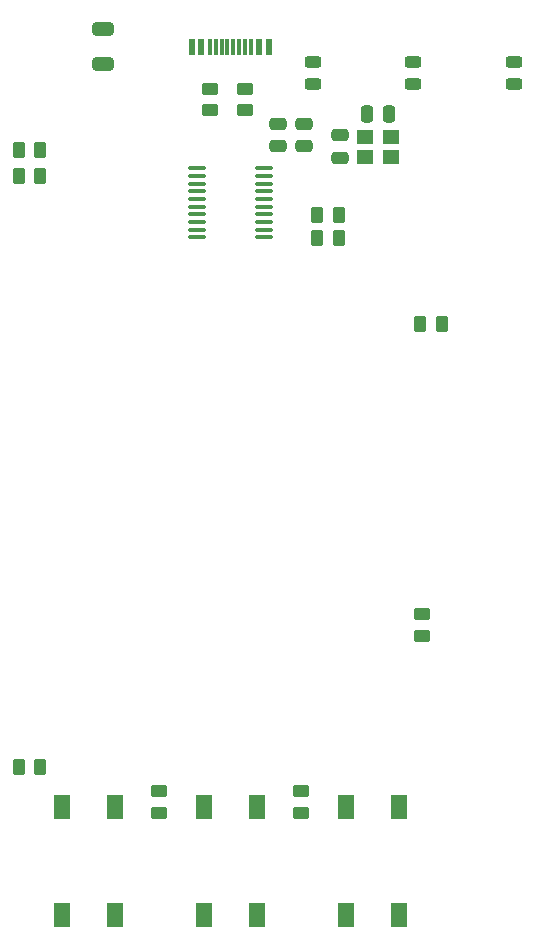
<source format=gtp>
%TF.GenerationSoftware,KiCad,Pcbnew,(6.0.5)*%
%TF.CreationDate,2024-07-06T21:19:43+02:00*%
%TF.ProjectId,USB_Knob,5553425f-4b6e-46f6-922e-6b696361645f,rev?*%
%TF.SameCoordinates,Original*%
%TF.FileFunction,Paste,Top*%
%TF.FilePolarity,Positive*%
%FSLAX46Y46*%
G04 Gerber Fmt 4.6, Leading zero omitted, Abs format (unit mm)*
G04 Created by KiCad (PCBNEW (6.0.5)) date 2024-07-06 21:19:43*
%MOMM*%
%LPD*%
G01*
G04 APERTURE LIST*
G04 Aperture macros list*
%AMRoundRect*
0 Rectangle with rounded corners*
0 $1 Rounding radius*
0 $2 $3 $4 $5 $6 $7 $8 $9 X,Y pos of 4 corners*
0 Add a 4 corners polygon primitive as box body*
4,1,4,$2,$3,$4,$5,$6,$7,$8,$9,$2,$3,0*
0 Add four circle primitives for the rounded corners*
1,1,$1+$1,$2,$3*
1,1,$1+$1,$4,$5*
1,1,$1+$1,$6,$7*
1,1,$1+$1,$8,$9*
0 Add four rect primitives between the rounded corners*
20,1,$1+$1,$2,$3,$4,$5,0*
20,1,$1+$1,$4,$5,$6,$7,0*
20,1,$1+$1,$6,$7,$8,$9,0*
20,1,$1+$1,$8,$9,$2,$3,0*%
G04 Aperture macros list end*
%ADD10RoundRect,0.250000X-0.262500X-0.450000X0.262500X-0.450000X0.262500X0.450000X-0.262500X0.450000X0*%
%ADD11R,1.400000X1.200000*%
%ADD12R,1.400000X2.100000*%
%ADD13RoundRect,0.250000X0.262500X0.450000X-0.262500X0.450000X-0.262500X-0.450000X0.262500X-0.450000X0*%
%ADD14RoundRect,0.250000X-0.450000X0.262500X-0.450000X-0.262500X0.450000X-0.262500X0.450000X0.262500X0*%
%ADD15RoundRect,0.250000X0.450000X-0.262500X0.450000X0.262500X-0.450000X0.262500X-0.450000X-0.262500X0*%
%ADD16RoundRect,0.250000X-0.475000X0.250000X-0.475000X-0.250000X0.475000X-0.250000X0.475000X0.250000X0*%
%ADD17RoundRect,0.243750X0.456250X-0.243750X0.456250X0.243750X-0.456250X0.243750X-0.456250X-0.243750X0*%
%ADD18R,0.600000X1.450000*%
%ADD19R,0.300000X1.450000*%
%ADD20RoundRect,0.250000X-0.650000X0.325000X-0.650000X-0.325000X0.650000X-0.325000X0.650000X0.325000X0*%
%ADD21RoundRect,0.250000X-0.250000X-0.475000X0.250000X-0.475000X0.250000X0.475000X-0.250000X0.475000X0*%
%ADD22RoundRect,0.100000X-0.637500X-0.100000X0.637500X-0.100000X0.637500X0.100000X-0.637500X0.100000X0*%
%ADD23RoundRect,0.250000X0.475000X-0.250000X0.475000X0.250000X-0.475000X0.250000X-0.475000X-0.250000X0*%
G04 APERTURE END LIST*
D10*
%TO.C,R6*%
X165587500Y-92500000D03*
X167412500Y-92500000D03*
%TD*%
D11*
%TO.C,Y1*%
X160900000Y-78350000D03*
X163100000Y-78350000D03*
X163100000Y-76650000D03*
X160900000Y-76650000D03*
%TD*%
D12*
%TO.C,S1*%
X135250000Y-142550000D03*
X135250000Y-133450000D03*
X139750000Y-142550000D03*
X139750000Y-133450000D03*
%TD*%
D13*
%TO.C,R9*%
X133412500Y-80000000D03*
X131587500Y-80000000D03*
%TD*%
D12*
%TO.C,S2*%
X147250000Y-142550000D03*
X147250000Y-133450000D03*
X151750000Y-142550000D03*
X151750000Y-133450000D03*
%TD*%
D14*
%TO.C,R2*%
X147750000Y-72587500D03*
X147750000Y-74412500D03*
%TD*%
D15*
%TO.C,R11*%
X165750000Y-118912500D03*
X165750000Y-117087500D03*
%TD*%
D10*
%TO.C,R10*%
X156837500Y-85250000D03*
X158662500Y-85250000D03*
%TD*%
D16*
%TO.C,C3*%
X155750000Y-75550000D03*
X155750000Y-77450000D03*
%TD*%
D10*
%TO.C,R8*%
X156837500Y-83250000D03*
X158662500Y-83250000D03*
%TD*%
D17*
%TO.C,D2*%
X165000000Y-72187500D03*
X165000000Y-70312500D03*
%TD*%
%TO.C,D3*%
X173500000Y-72187500D03*
X173500000Y-70312500D03*
%TD*%
D18*
%TO.C,J1*%
X152750000Y-69045000D03*
X151950000Y-69045000D03*
D19*
X150750000Y-69045000D03*
X149750000Y-69045000D03*
X149250000Y-69045000D03*
X148250000Y-69045000D03*
D18*
X147050000Y-69045000D03*
X146250000Y-69045000D03*
X146250000Y-69045000D03*
X147050000Y-69045000D03*
D19*
X147750000Y-69045000D03*
X148750000Y-69045000D03*
X150250000Y-69045000D03*
X151250000Y-69045000D03*
D18*
X151950000Y-69045000D03*
X152750000Y-69045000D03*
%TD*%
D13*
%TO.C,R7*%
X133412500Y-77750000D03*
X131587500Y-77750000D03*
%TD*%
D15*
%TO.C,R4*%
X143500000Y-133912500D03*
X143500000Y-132087500D03*
%TD*%
D14*
%TO.C,R1*%
X150750000Y-72587500D03*
X150750000Y-74412500D03*
%TD*%
D15*
%TO.C,R5*%
X155500000Y-133912500D03*
X155500000Y-132087500D03*
%TD*%
D20*
%TO.C,C1*%
X138750000Y-67525000D03*
X138750000Y-70475000D03*
%TD*%
D21*
%TO.C,C5*%
X161050000Y-74750000D03*
X162950000Y-74750000D03*
%TD*%
D17*
%TO.C,D1*%
X156500000Y-72187500D03*
X156500000Y-70312500D03*
%TD*%
D10*
%TO.C,R3*%
X131587500Y-130000000D03*
X133412500Y-130000000D03*
%TD*%
D22*
%TO.C,U1*%
X146637500Y-79325000D03*
X146637500Y-79975000D03*
X146637500Y-80625000D03*
X146637500Y-81275000D03*
X146637500Y-81925000D03*
X146637500Y-82575000D03*
X146637500Y-83225000D03*
X146637500Y-83875000D03*
X146637500Y-84525000D03*
X146637500Y-85175000D03*
X152362500Y-85175000D03*
X152362500Y-84525000D03*
X152362500Y-83875000D03*
X152362500Y-83225000D03*
X152362500Y-82575000D03*
X152362500Y-81925000D03*
X152362500Y-81275000D03*
X152362500Y-80625000D03*
X152362500Y-79975000D03*
X152362500Y-79325000D03*
%TD*%
D12*
%TO.C,S3*%
X159250000Y-142550000D03*
X159250000Y-133450000D03*
X163750000Y-142550000D03*
X163750000Y-133450000D03*
%TD*%
D16*
%TO.C,C4*%
X158750000Y-76550000D03*
X158750000Y-78450000D03*
%TD*%
D23*
%TO.C,C2*%
X153500000Y-77450000D03*
X153500000Y-75550000D03*
%TD*%
M02*

</source>
